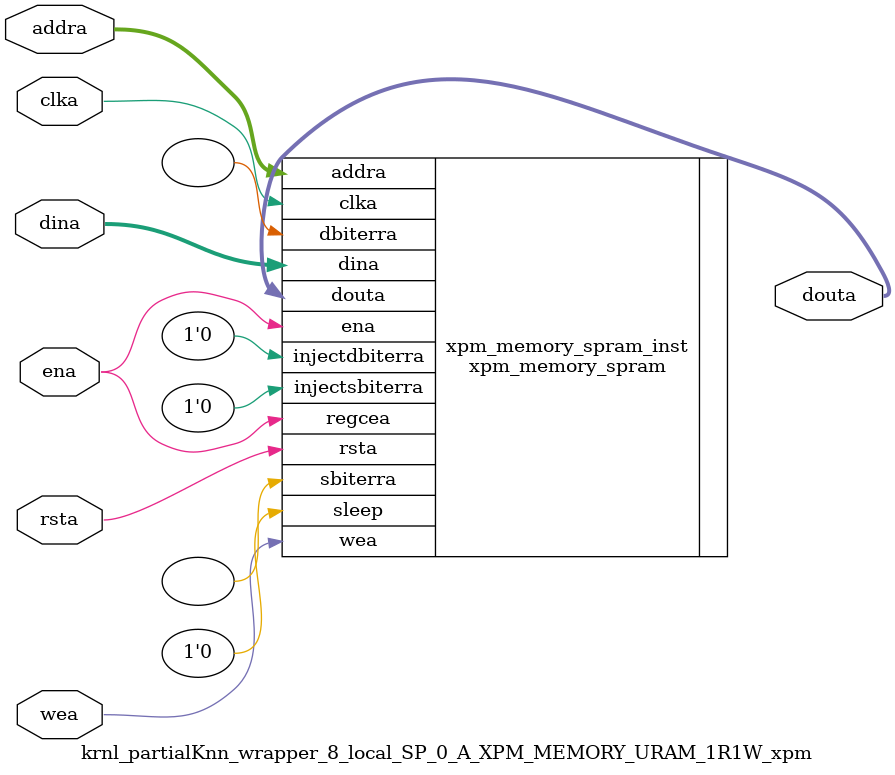
<source format=v>
`timescale 1 ns / 1 ps
module krnl_partialKnn_wrapper_8_local_SP_0_A_XPM_MEMORY_URAM_1R1W_xpm # (
  // Common module parameters
  parameter integer                 MEMORY_SIZE        = 524288,
  parameter                         MEMORY_PRIMITIVE   = "ultra",
  parameter                         ECC_MODE           = "no_ecc",
  parameter                         MEMORY_INIT_FILE   = "none",
  parameter                         WAKEUP_TIME        = "disable_sleep",
  parameter integer                 MESSAGE_CONTROL    = 0,
  // Port A module parameters
  parameter integer                 WRITE_DATA_WIDTH_A = 256,
  parameter integer                 READ_DATA_WIDTH_A  = WRITE_DATA_WIDTH_A,
  parameter integer                 BYTE_WRITE_WIDTH_A = WRITE_DATA_WIDTH_A,
  parameter integer                 ADDR_WIDTH_A       = 11,
  parameter                         READ_RESET_VALUE_A = "0",
  parameter integer                 READ_LATENCY_A     = 1,
  parameter                         WRITE_MODE_A       = "read_first"
) (
  // Port A module ports
  input  wire                                               clka,
  input  wire                                               rsta,
  input  wire                                               ena,
  input  wire [(WRITE_DATA_WIDTH_A/BYTE_WRITE_WIDTH_A)-1:0] wea,
  input  wire [ADDR_WIDTH_A-1:0]                            addra,
  input  wire [WRITE_DATA_WIDTH_A-1:0]                      dina,
  output wire [READ_DATA_WIDTH_A-1:0]                       douta
);
// Set parameter values and connect ports to instantiate an XPM_MEMORY single port RAM configuration
xpm_memory_spram # (
  // Common module parameters
  .MEMORY_SIZE        (MEMORY_SIZE),   //positive integer
  .MEMORY_PRIMITIVE   (MEMORY_PRIMITIVE),      //string; "auto", "distributed", "block" or "ultra";
  .ECC_MODE           (ECC_MODE),      //do not change
  .MEMORY_INIT_FILE   (MEMORY_INIT_FILE), //string; "none" or "<filename>.mem" 
  .MEMORY_INIT_PARAM  (""), //string;
  .WAKEUP_TIME        (WAKEUP_TIME),      //string; "disable_sleep" or "use_sleep_pin"
  .MESSAGE_CONTROL    (MESSAGE_CONTROL),      //do not change
  // Port A module parameters
  .WRITE_DATA_WIDTH_A (WRITE_DATA_WIDTH_A),     //positive integer
  .READ_DATA_WIDTH_A  (READ_DATA_WIDTH_A),     //positive integer
  .BYTE_WRITE_WIDTH_A (BYTE_WRITE_WIDTH_A),     //integer; 8, 9, or WRITE_DATA_WIDTH_A value
  .ADDR_WIDTH_A       (ADDR_WIDTH_A),      //positive integer
  .READ_RESET_VALUE_A (READ_RESET_VALUE_A),  //string
  .READ_LATENCY_A     (READ_LATENCY_A),      //non-negative integer
  .WRITE_MODE_A       (WRITE_MODE_A)       //string; "write_first", "read_first", "no_change"
) xpm_memory_spram_inst (
  // Common module ports
  .sleep          (1'b0),  //do not change
  // Port A module ports
  .clka           (clka),
  .rsta           (rsta),
  .ena            (ena),
  .regcea         (ena),
  .wea            (wea),
  .addra          (addra),
  .dina           (dina),
  .injectsbiterra (1'b0),  //do not change
  .injectdbiterra (1'b0),  //do not change
  .douta          (douta),
  .sbiterra       (),      //do not change
  .dbiterra       ()       //do not change
);
endmodule
</source>
